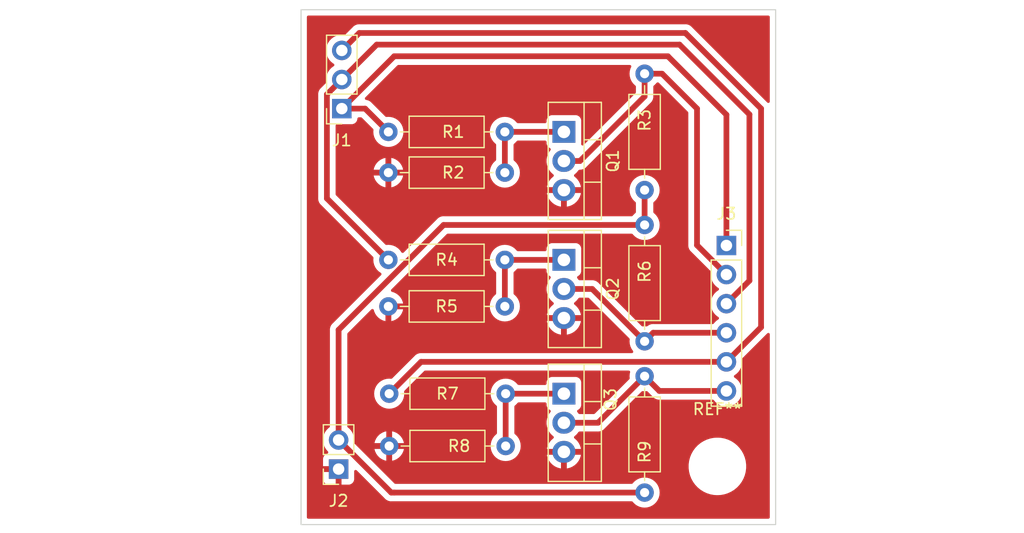
<source format=kicad_pcb>
(kicad_pcb (version 20211014) (generator pcbnew)
  (layers (0 "F.Cu" signal) (31 "B.Cu" signal) (34 "B.Paste" user) (35 "F.Paste" user) (36 "B.SilkS" user "B.Silkscreen") (37 "F.SilkS" user "F.Silkscreen") (38 "B.Mask" user) (39 "F.Mask" user) (44 "Edge.Cuts" user))
  (net 0 "")
  (net 1 "Vplc_1")
  (net 2 "Vplc_2")
  (net 3 "Vplc_3")
  (net 4 "GND")
  (net 5 "+24V")
  (net 6 "Vinv_1")
  (net 7 "Vinv_2")
  (net 8 "Vinv_3")
  (net 9 "Net-(Q1-Pad1)")
  (net 10 "Net-(Q2-Pad1)")
  (net 11 "Net-(Q3-Pad1)")
  (footprint "Resistor_THT:R_Axial_DIN0207_L6.3mm_D2.5mm_P10.16mm_Horizontal" (layer "F.Cu") (at 124.968 66.548 180)
    (fp_text reference "R2" (at 4.501 0) (layer "F.SilkS"))
    (fp_text value "8k")
    (fp_line (start 8.35 -1.37) (end 1.81 -1.37) (layer "F.SilkS") (width 0.12))
    (fp_line (start 1.04 0) (end 1.81 0) (layer "F.SilkS") (width 0.12))
    (fp_line (start 9.12 0) (end 8.35 0) (layer "F.SilkS") (width 0.12))
    (fp_line (start 1.81 -1.37) (end 1.81 1.37) (layer "F.SilkS") (width 0.12))
    (fp_line (start 8.35 1.37) (end 8.35 -1.37) (layer "F.SilkS") (width 0.12))
    (fp_line (start 1.81 1.37) (end 8.35 1.37) (layer "F.SilkS") (width 0.12))
    (pad "1" thru_hole circle (at 0 0 180) (size 1.6 1.6) (drill 0.8) (layers *.Cu *.Mask) (net 9 "Net-(Q1-Pad1)"))
    (pad "2" thru_hole oval (at 10.16 0 180) (size 1.6 1.6) (drill 0.8) (layers *.Cu *.Mask) (net 4 "GND"))
  )
  (footprint "Resistor_THT:R_Axial_DIN0207_L6.3mm_D2.5mm_P10.16mm_Horizontal" (layer "F.Cu") (at 114.808 62.992)
    (fp_text reference "R1" (at 5.659 0) (layer "F.SilkS"))
    (fp_text value "8k")
    (fp_line (start 8.35 -1.37) (end 1.81 -1.37) (layer "F.SilkS") (width 0.12))
    (fp_line (start 9.12 0) (end 8.35 0) (layer "F.SilkS") (width 0.12))
    (fp_line (start 1.81 -1.37) (end 1.81 1.37) (layer "F.SilkS") (width 0.12))
    (fp_line (start 1.04 0) (end 1.81 0) (layer "F.SilkS") (width 0.12))
    (fp_line (start 1.81 1.37) (end 8.35 1.37) (layer "F.SilkS") (width 0.12))
    (fp_line (start 8.35 1.37) (end 8.35 -1.37) (layer "F.SilkS") (width 0.12))
    (pad "1" thru_hole circle (at 0 0) (size 1.6 1.6) (drill 0.8) (layers *.Cu *.Mask) (net 1 "Vplc_1"))
    (pad "2" thru_hole oval (at 10.16 0) (size 1.6 1.6) (drill 0.8) (layers *.Cu *.Mask) (net 9 "Net-(Q1-Pad1)"))
  )
  (footprint "Connector_PinSocket_2.54mm:PinSocket_1x03_P2.54mm_Vertical" (layer "F.Cu") (at 110.744 60.96 180)
    (fp_text reference "J1" (at 0 -2.77 180) (layer "F.SilkS"))
    (fp_text value "Conn_01x03_Female")
    (fp_line (start 1.33 1.27) (end 1.33 6.41) (layer "F.SilkS") (width 0.12))
    (fp_line (start -1.33 6.41) (end 1.33 6.41) (layer "F.SilkS") (width 0.12))
    (fp_line (start 1.33 -1.33) (end 1.33 0) (layer "F.SilkS") (width 0.12))
    (fp_line (start -1.33 1.27) (end -1.33 6.41) (layer "F.SilkS") (width 0.12))
    (fp_line (start -1.33 1.27) (end 1.33 1.27) (layer "F.SilkS") (width 0.12))
    (fp_line (start 0 -1.33) (end 1.33 -1.33) (layer "F.SilkS") (width 0.12))
    (pad "1" thru_hole rect (at 0 0 180) (size 1.7 1.7) (drill 1) (layers *.Cu *.Mask) (net 1 "Vplc_1"))
    (pad "2" thru_hole oval (at 0 2.54 180) (size 1.7 1.7) (drill 1) (layers *.Cu *.Mask) (net 2 "Vplc_2"))
    (pad "3" thru_hole oval (at 0 5.08 180) (size 1.7 1.7) (drill 1) (layers *.Cu *.Mask) (net 3 "Vplc_3"))
  )
  (footprint "Package_TO_SOT_THT:TO-220-3_Vertical" (layer "F.Cu") (at 130.119 62.992 -90)
    (fp_text reference "Q1" (at 2.54 -4.27 90) (layer "F.SilkS"))
    (fp_text value "BUZ11")
    (fp_line (start 7.66 -3.27) (end 7.66 1.371) (layer "F.SilkS") (width 0.12))
    (fp_line (start 4.391 -3.27) (end 4.391 -1.76) (layer "F.SilkS") (width 0.12))
    (fp_line (start -2.58 -3.27) (end 7.66 -3.27) (layer "F.SilkS") (width 0.12))
    (fp_line (start -2.58 1.371) (end 7.66 1.371) (layer "F.SilkS") (width 0.12))
    (fp_line (start -2.58 -1.76) (end 7.66 -1.76) (layer "F.SilkS") (width 0.12))
    (fp_line (start 0.69 -3.27) (end 0.69 -1.76) (layer "F.SilkS") (width 0.12))
    (fp_line (start -2.58 -3.27) (end -2.58 1.371) (layer "F.SilkS") (width 0.12))
    (pad "1" thru_hole rect (at 0 0 270) (size 1.905 2) (drill 1.1) (layers *.Cu *.Mask) (net 9 "Net-(Q1-Pad1)"))
    (pad "2" thru_hole oval (at 2.54 0 270) (size 1.905 2) (drill 1.1) (layers *.Cu *.Mask) (net 6 "Vinv_1"))
    (pad "3" thru_hole oval (at 5.08 0 270) (size 1.905 2) (drill 1.1) (layers *.Cu *.Mask) (net 4 "GND"))
  )
  (footprint "Package_TO_SOT_THT:TO-220-3_Vertical" (layer "F.Cu") (at 130.119 74.168 -90)
    (fp_text reference "Q2" (at 2.54 -4.27 90) (layer "F.SilkS"))
    (fp_text value "BUZ11")
    (fp_line (start -2.58 -3.27) (end 7.66 -3.27) (layer "F.SilkS") (width 0.12))
    (fp_line (start -2.58 -1.76) (end 7.66 -1.76) (layer "F.SilkS") (width 0.12))
    (fp_line (start -2.58 1.371) (end 7.66 1.371) (layer "F.SilkS") (width 0.12))
    (fp_line (start 0.69 -3.27) (end 0.69 -1.76) (layer "F.SilkS") (width 0.12))
    (fp_line (start 7.66 -3.27) (end 7.66 1.371) (layer "F.SilkS") (width 0.12))
    (fp_line (start -2.58 -3.27) (end -2.58 1.371) (layer "F.SilkS") (width 0.12))
    (fp_line (start 4.391 -3.27) (end 4.391 -1.76) (layer "F.SilkS") (width 0.12))
    (pad "1" thru_hole rect (at 0 0 270) (size 1.905 2) (drill 1.1) (layers *.Cu *.Mask) (net 10 "Net-(Q2-Pad1)"))
    (pad "2" thru_hole oval (at 2.54 0 270) (size 1.905 2) (drill 1.1) (layers *.Cu *.Mask) (net 7 "Vinv_2"))
    (pad "3" thru_hole oval (at 5.08 0 270) (size 1.905 2) (drill 1.1) (layers *.Cu *.Mask) (net 4 "GND"))
  )
  (footprint "Package_TO_SOT_THT:TO-220-3_Vertical" (layer "F.Cu") (at 130.119 85.852 -90)
    (fp_text reference "Q3" (at 0.508 -4.064 -90) (layer "F.SilkS"))
    (fp_text value "BUZ11")
    (fp_line (start 7.66 -3.27) (end 7.66 1.371) (layer "F.SilkS") (width 0.12))
    (fp_line (start -2.58 -3.27) (end 7.66 -3.27) (layer "F.SilkS") (width 0.12))
    (fp_line (start -2.58 -1.76) (end 7.66 -1.76) (layer "F.SilkS") (width 0.12))
    (fp_line (start -2.58 1.371) (end 7.66 1.371) (layer "F.SilkS") (width 0.12))
    (fp_line (start -2.58 -3.27) (end -2.58 1.371) (layer "F.SilkS") (width 0.12))
    (fp_line (start 0.69 -3.27) (end 0.69 -1.76) (layer "F.SilkS") (width 0.12))
    (fp_line (start 4.391 -3.27) (end 4.391 -1.76) (layer "F.SilkS") (width 0.12))
    (pad "1" thru_hole rect (at 0 0 270) (size 1.905 2) (drill 1.1) (layers *.Cu *.Mask) (net 11 "Net-(Q3-Pad1)"))
    (pad "2" thru_hole oval (at 2.54 0 270) (size 1.905 2) (drill 1.1) (layers *.Cu *.Mask) (net 8 "Vinv_3"))
    (pad "3" thru_hole oval (at 5.08 0 270) (size 1.905 2) (drill 1.1) (layers *.Cu *.Mask) (net 4 "GND"))
  )
  (footprint "Resistor_THT:R_Axial_DIN0207_L6.3mm_D2.5mm_P10.16mm_Horizontal" (layer "F.Cu") (at 124.968 78.232 180)
    (fp_text reference "R5" (at 5.08 0) (layer "F.SilkS"))
    (fp_text value "8k")
    (fp_line (start 8.35 -1.37) (end 1.81 -1.37) (layer "F.SilkS") (width 0.12))
    (fp_line (start 1.81 -1.37) (end 1.81 1.37) (layer "F.SilkS") (width 0.12))
    (fp_line (start 1.81 1.37) (end 8.35 1.37) (layer "F.SilkS") (width 0.12))
    (fp_line (start 9.12 0) (end 8.35 0) (layer "F.SilkS") (width 0.12))
    (fp_line (start 1.04 0) (end 1.81 0) (layer "F.SilkS") (width 0.12))
    (fp_line (start 8.35 1.37) (end 8.35 -1.37) (layer "F.SilkS") (width 0.12))
    (pad "1" thru_hole circle (at 0 0 180) (size 1.6 1.6) (drill 0.8) (layers *.Cu *.Mask) (net 10 "Net-(Q2-Pad1)"))
    (pad "2" thru_hole oval (at 10.16 0 180) (size 1.6 1.6) (drill 0.8) (layers *.Cu *.Mask) (net 4 "GND"))
  )
  (footprint "Connector_PinSocket_2.54mm:PinSocket_1x06_P2.54mm_Vertical" (layer "F.Cu") (at 144.297 72.913)
    (fp_text reference "J3" (at 0 -2.77) (layer "F.SilkS"))
    (fp_text value "Conn_01x06_Female")
    (fp_line (start 1.33 -1.33) (end 1.33 0) (layer "F.SilkS") (width 0.12))
    (fp_line (start -1.33 14.03) (end 1.33 14.03) (layer "F.SilkS") (width 0.12))
    (fp_line (start 0 -1.33) (end 1.33 -1.33) (layer "F.SilkS") (width 0.12))
    (fp_line (start -1.33 1.27) (end -1.33 14.03) (layer "F.SilkS") (width 0.12))
    (fp_line (start -1.33 1.27) (end 1.33 1.27) (layer "F.SilkS") (width 0.12))
    (fp_line (start 1.33 1.27) (end 1.33 14.03) (layer "F.SilkS") (width 0.12))
    (pad "1" thru_hole rect (at 0 0) (size 1.7 1.7) (drill 1) (layers *.Cu *.Mask) (net 1 "Vplc_1"))
    (pad "2" thru_hole oval (at 0 2.54) (size 1.7 1.7) (drill 1) (layers *.Cu *.Mask) (net 6 "Vinv_1"))
    (pad "3" thru_hole oval (at 0 5.08) (size 1.7 1.7) (drill 1) (layers *.Cu *.Mask) (net 2 "Vplc_2"))
    (pad "4" thru_hole oval (at 0 7.62) (size 1.7 1.7) (drill 1) (layers *.Cu *.Mask) (net 7 "Vinv_2"))
    (pad "5" thru_hole oval (at 0 10.16) (size 1.7 1.7) (drill 1) (layers *.Cu *.Mask) (net 3 "Vplc_3"))
    (pad "6" thru_hole oval (at 0 12.7) (size 1.7 1.7) (drill 1) (layers *.Cu *.Mask) (net 8 "Vinv_3"))
  )
  (footprint "Resistor_THT:R_Axial_DIN0207_L6.3mm_D2.5mm_P10.16mm_Horizontal" (layer "F.Cu") (at 137.16 68.072 90)
    (fp_text reference "R3" (at 6.096 0 90) (layer "F.SilkS"))
    (fp_text value "11k")
    (fp_line (start 1.81 -1.37) (end 1.81 1.37) (layer "F.SilkS") (width 0.12))
    (fp_line (start 1.04 0) (end 1.81 0) (layer "F.SilkS") (width 0.12))
    (fp_line (start 8.35 -1.37) (end 1.81 -1.37) (layer "F.SilkS") (width 0.12))
    (fp_line (start 1.81 1.37) (end 8.35 1.37) (layer "F.SilkS") (width 0.12))
    (fp_line (start 8.35 1.37) (end 8.35 -1.37) (layer "F.SilkS") (width 0.12))
    (fp_line (start 9.12 0) (end 8.35 0) (layer "F.SilkS") (width 0.12))
    (pad "1" thru_hole circle (at 0 0 90) (size 1.6 1.6) (drill 0.8) (layers *.Cu *.Mask) (net 5 "+24V"))
    (pad "2" thru_hole oval (at 10.16 0 90) (size 1.6 1.6) (drill 0.8) (layers *.Cu *.Mask) (net 6 "Vinv_1"))
  )
  (footprint "Connector_PinSocket_2.54mm:PinSocket_1x02_P2.54mm_Vertical" (layer "F.Cu") (at 110.465 92.436 180)
    (fp_text reference "J2" (at 0 -2.77) (layer "F.SilkS"))
    (fp_text value "Conn_01x02_Female")
    (fp_line (start -1.33 3.87) (end 1.33 3.87) (layer "F.SilkS") (width 0.12))
    (fp_line (start -1.33 1.27) (end 1.33 1.27) (layer "F.SilkS") (width 0.12))
    (fp_line (start 1.33 -1.33) (end 1.33 0) (layer "F.SilkS") (width 0.12))
    (fp_line (start 1.33 1.27) (end 1.33 3.87) (layer "F.SilkS") (width 0.12))
    (fp_line (start 0 -1.33) (end 1.33 -1.33) (layer "F.SilkS") (width 0.12))
    (fp_line (start -1.33 1.27) (end -1.33 3.87) (layer "F.SilkS") (width 0.12))
    (pad "1" thru_hole rect (at 0 0 180) (size 1.7 1.7) (drill 1) (layers *.Cu *.Mask) (net 4 "GND"))
    (pad "2" thru_hole oval (at 0 2.54 180) (size 1.7 1.7) (drill 1) (layers *.Cu *.Mask) (net 5 "+24V"))
  )
  (footprint "Resistor_THT:R_Axial_DIN0207_L6.3mm_D2.5mm_P10.16mm_Horizontal" (layer "F.Cu") (at 114.808 74.168)
    (fp_text reference "R4" (at 5.08 0) (layer "F.SilkS"))
    (fp_text value "8k")
    (fp_line (start 1.81 1.37) (end 8.35 1.37) (layer "F.SilkS") (width 0.12))
    (fp_line (start 1.04 0) (end 1.81 0) (layer "F.SilkS") (width 0.12))
    (fp_line (start 8.35 -1.37) (end 1.81 -1.37) (layer "F.SilkS") (width 0.12))
    (fp_line (start 1.81 -1.37) (end 1.81 1.37) (layer "F.SilkS") (width 0.12))
    (fp_line (start 8.35 1.37) (end 8.35 -1.37) (layer "F.SilkS") (width 0.12))
    (fp_line (start 9.12 0) (end 8.35 0) (layer "F.SilkS") (width 0.12))
    (pad "1" thru_hole circle (at 0 0) (size 1.6 1.6) (drill 0.8) (layers *.Cu *.Mask) (net 2 "Vplc_2"))
    (pad "2" thru_hole oval (at 10.16 0) (size 1.6 1.6) (drill 0.8) (layers *.Cu *.Mask) (net 10 "Net-(Q2-Pad1)"))
  )
  (footprint "Resistor_THT:R_Axial_DIN0207_L6.3mm_D2.5mm_P10.16mm_Horizontal" (layer "F.Cu") (at 125.039 90.424 180)
    (fp_text reference "R8" (at 4.064 0) (layer "F.SilkS"))
    (fp_text value "8k")
    (fp_line (start 1.81 1.37) (end 8.35 1.37) (layer "F.SilkS") (width 0.12))
    (fp_line (start 8.35 1.37) (end 8.35 -1.37) (layer "F.SilkS") (width 0.12))
    (fp_line (start 9.12 0) (end 8.35 0) (layer "F.SilkS") (width 0.12))
    (fp_line (start 1.81 -1.37) (end 1.81 1.37) (layer "F.SilkS") (width 0.12))
    (fp_line (start 8.35 -1.37) (end 1.81 -1.37) (layer "F.SilkS") (width 0.12))
    (fp_line (start 1.04 0) (end 1.81 0) (layer "F.SilkS") (width 0.12))
    (pad "1" thru_hole circle (at 0 0 180) (size 1.6 1.6) (drill 0.8) (layers *.Cu *.Mask) (net 11 "Net-(Q3-Pad1)"))
    (pad "2" thru_hole oval (at 10.16 0 180) (size 1.6 1.6) (drill 0.8) (layers *.Cu *.Mask) (net 4 "GND"))
  )
  (footprint "Resistor_THT:R_Axial_DIN0207_L6.3mm_D2.5mm_P10.16mm_Horizontal" (layer "F.Cu") (at 137.16 94.488 90)
    (fp_text reference "R9" (at 3.556 0 90) (layer "F.SilkS"))
    (fp_text value "11k")
    (fp_line (start 8.35 1.37) (end 8.35 -1.37) (layer "F.SilkS") (width 0.12))
    (fp_line (start 9.12 0) (end 8.35 0) (layer "F.SilkS") (width 0.12))
    (fp_line (start 1.81 -1.37) (end 1.81 1.37) (layer "F.SilkS") (width 0.12))
    (fp_line (start 1.04 0) (end 1.81 0) (layer "F.SilkS") (width 0.12))
    (fp_line (start 1.81 1.37) (end 8.35 1.37) (layer "F.SilkS") (width 0.12))
    (fp_line (start 8.35 -1.37) (end 1.81 -1.37) (layer "F.SilkS") (width 0.12))
    (pad "1" thru_hole circle (at 0 0 90) (size 1.6 1.6) (drill 0.8) (layers *.Cu *.Mask) (net 5 "+24V"))
    (pad "2" thru_hole oval (at 10.16 0 90) (size 1.6 1.6) (drill 0.8) (layers *.Cu *.Mask) (net 8 "Vinv_3"))
  )
  (footprint "Resistor_THT:R_Axial_DIN0207_L6.3mm_D2.5mm_P10.16mm_Horizontal" (layer "F.Cu") (at 114.879 85.852)
    (fp_text reference "R7" (at 5.08 0 180) (layer "F.SilkS"))
    (fp_text value "8k")
    (fp_line (start 8.35 1.37) (end 8.35 -1.37) (layer "F.SilkS") (width 0.12))
    (fp_line (start 1.04 0) (end 1.81 0) (layer "F.SilkS") (width 0.12))
    (fp_line (start 8.35 -1.37) (end 1.81 -1.37) (layer "F.SilkS") (width 0.12))
    (fp_line (start 1.81 -1.37) (end 1.81 1.37) (layer "F.SilkS") (width 0.12))
    (fp_line (start 1.81 1.37) (end 8.35 1.37) (layer "F.SilkS") (width 0.12))
    (fp_line (start 9.12 0) (end 8.35 0) (layer "F.SilkS") (width 0.12))
    (pad "1" thru_hole circle (at 0 0) (size 1.6 1.6) (drill 0.8) (layers *.Cu *.Mask) (net 3 "Vplc_3"))
    (pad "2" thru_hole oval (at 10.16 0) (size 1.6 1.6) (drill 0.8) (layers *.Cu *.Mask) (net 11 "Net-(Q3-Pad1)"))
  )
  (footprint "Resistor_THT:R_Axial_DIN0207_L6.3mm_D2.5mm_P10.16mm_Horizontal" (layer "F.Cu") (at 137.16 71.12 -90)
    (fp_text reference "R6" (at 4.064 0 -270) (layer "F.SilkS"))
    (fp_text value "11k")
    (fp_line (start 8.35 -1.37) (end 1.81 -1.37) (layer "F.SilkS") (width 0.12))
    (fp_line (start 1.81 1.37) (end 8.35 1.37) (layer "F.SilkS") (width 0.12))
    (fp_line (start 1.81 -1.37) (end 1.81 1.37) (layer "F.SilkS") (width 0.12))
    (fp_line (start 8.35 1.37) (end 8.35 -1.37) (layer "F.SilkS") (width 0.12))
    (fp_line (start 9.12 0) (end 8.35 0) (layer "F.SilkS") (width 0.12))
    (fp_line (start 1.04 0) (end 1.81 0) (layer "F.SilkS") (width 0.12))
    (pad "1" thru_hole circle (at 0 0 270) (size 1.6 1.6) (drill 0.8) (layers *.Cu *.Mask) (net 5 "+24V"))
    (pad "2" thru_hole oval (at 10.16 0 270) (size 1.6 1.6) (drill 0.8) (layers *.Cu *.Mask) (net 7 "Vinv_2"))
  )
  (footprint "MountingHole:MountingHole_4mm" (layer "F.Cu") (at 143.51 92.202)
    (fp_text reference "REF**" (at 0 -5) (layer "F.SilkS"))
    (fp_text value "MountingHole_4mm")
    (pad "" np_thru_hole circle (at 0 0) (size 4 4) (drill 4) (layers *.Cu *.Mask))
  )
  (gr_rect (start 107.188 52.324) (end 148.59 97.282) (layer "Edge.Cuts") (width 0.1) (fill none))
  (segment (start 110.744 60.96) (end 115.316 56.388) (width 0.5) (layer "F.Cu") (net 1))
  (segment (start 112.776 60.96) (end 114.808 62.992) (width 0.5) (layer "F.Cu") (net 1))
  (segment (start 110.744 60.96) (end 112.776 60.96) (width 0.5) (layer "F.Cu") (net 1))
  (segment (start 144.297 72.913) (end 144.297 61.493) (width 0.5) (layer "F.Cu") (net 1))
  (segment (start 115.316 56.388) (end 139.192 56.388) (width 0.5) (layer "F.Cu") (net 1))
  (segment (start 144.297 61.493) (end 139.192 56.388) (width 0.5) (layer "F.Cu") (net 1))
  (segment (start 144.297 77.993) (end 146.304 75.986) (width 0.5) (layer "F.Cu") (net 2))
  (segment (start 110.744 58.42) (end 113.792 55.372) (width 0.5) (layer "F.Cu") (net 2))
  (segment (start 109.444489 59.719511) (end 109.444489 68.804489) (width 0.5) (layer "F.Cu") (net 2))
  (segment (start 146.304 61.468) (end 140.208 55.372) (width 0.5) (layer "F.Cu") (net 2))
  (segment (start 110.744 58.42) (end 109.444489 59.719511) (width 0.5) (layer "F.Cu") (net 2))
  (segment (start 146.304 75.986) (end 146.304 61.468) (width 0.5) (layer "F.Cu") (net 2))
  (segment (start 109.444489 68.804489) (end 114.808 74.168) (width 0.5) (layer "F.Cu") (net 2))
  (segment (start 113.792 55.372) (end 140.208 55.372) (width 0.5) (layer "F.Cu") (net 2))
  (segment (start 144.297 83.073) (end 147.32 80.05) (width 0.5) (layer "F.Cu") (net 3))
  (segment (start 147.32 60.96) (end 140.716 54.356) (width 0.5) (layer "F.Cu") (net 3))
  (segment (start 147.32 80.05) (end 147.32 60.96) (width 0.5) (layer "F.Cu") (net 3))
  (segment (start 110.744 55.88) (end 112.268 54.356) (width 0.5) (layer "F.Cu") (net 3))
  (segment (start 144.297 83.073) (end 117.658 83.073) (width 0.5) (layer "F.Cu") (net 3))
  (segment (start 117.658 83.073) (end 114.879 85.852) (width 0.5) (layer "F.Cu") (net 3))
  (segment (start 112.268 54.356) (end 140.716 54.356) (width 0.5) (layer "F.Cu") (net 3))
  (segment (start 115.316 94.488) (end 137.16 94.488) (width 0.5) (layer "F.Cu") (net 5))
  (segment (start 110.465 89.896) (end 115.057 94.488) (width 0.5) (layer "F.Cu") (net 5))
  (segment (start 110.465 80.278076) (end 110.465 89.896) (width 0.5) (layer "F.Cu") (net 5))
  (segment (start 137.16 68.072) (end 137.16 71.12) (width 0.5) (layer "F.Cu") (net 5))
  (segment (start 119.623076 71.12) (end 110.465 80.278076) (width 0.5) (layer "F.Cu") (net 5))
  (segment (start 137.16 71.12) (end 119.623076 71.12) (width 0.5) (layer "F.Cu") (net 5))
  (segment (start 115.057 94.488) (end 115.316 94.488) (width 0.5) (layer "F.Cu") (net 5))
  (segment (start 130.119 65.532) (end 131.524 65.532) (width 0.5) (layer "F.Cu") (net 6))
  (segment (start 137.16 59.896) (end 137.16 57.912) (width 0.5) (layer "F.Cu") (net 6))
  (segment (start 141.732 72.888) (end 141.732 60.96) (width 0.5) (layer "F.Cu") (net 6))
  (segment (start 144.297 75.453) (end 141.732 72.888) (width 0.5) (layer "F.Cu") (net 6))
  (segment (start 131.524 65.532) (end 137.16 59.896) (width 0.5) (layer "F.Cu") (net 6))
  (segment (start 141.732 60.96) (end 138.684 57.912) (width 0.5) (layer "F.Cu") (net 6))
  (segment (start 138.684 57.912) (end 137.16 57.912) (width 0.5) (layer "F.Cu") (net 6))
  (segment (start 137.907 80.533) (end 137.16 81.28) (width 0.5) (layer "F.Cu") (net 7))
  (segment (start 130.119 76.708) (end 132.588 76.708) (width 0.5) (layer "F.Cu") (net 7))
  (segment (start 144.297 80.533) (end 137.907 80.533) (width 0.5) (layer "F.Cu") (net 7))
  (segment (start 132.588 76.708) (end 137.16 81.28) (width 0.5) (layer "F.Cu") (net 7))
  (segment (start 133.096 88.392) (end 137.16 84.328) (width 0.5) (layer "F.Cu") (net 8))
  (segment (start 144.297 85.613) (end 138.445 85.613) (width 0.5) (layer "F.Cu") (net 8))
  (segment (start 138.445 85.613) (end 137.16 84.328) (width 0.5) (layer "F.Cu") (net 8))
  (segment (start 130.119 88.392) (end 133.096 88.392) (width 0.5) (layer "F.Cu") (net 8))
  (segment (start 124.968 62.992) (end 130.119 62.992) (width 0.5) (layer "F.Cu") (net 9))
  (segment (start 124.968 62.992) (end 124.968 66.548) (width 0.5) (layer "F.Cu") (net 9))
  (segment (start 124.968 78.232) (end 124.968 74.168) (width 0.5) (layer "F.Cu") (net 10))
  (segment (start 124.968 74.168) (end 130.119 74.168) (width 0.5) (layer "F.Cu") (net 10))
  (segment (start 130.119 85.852) (end 125.039 85.852) (width 0.5) (layer "F.Cu") (net 11))
  (segment (start 125.039 90.424) (end 125.039 85.852) (width 0.5) (layer "F.Cu") (net 11))
  (zone (net 4) (net_name "GND") (layer "F.Cu") (connect_pads (clearance 0.508)) (min_thickness 0.254) (fill yes (thermal_gap 0.508) (thermal_bridge_width 0.508))
    (polygon (pts (xy 148.59 97.282) (xy 107.188 97.282) (xy 107.188 52.324) (xy 148.59 52.324)))
  )
)
</source>
